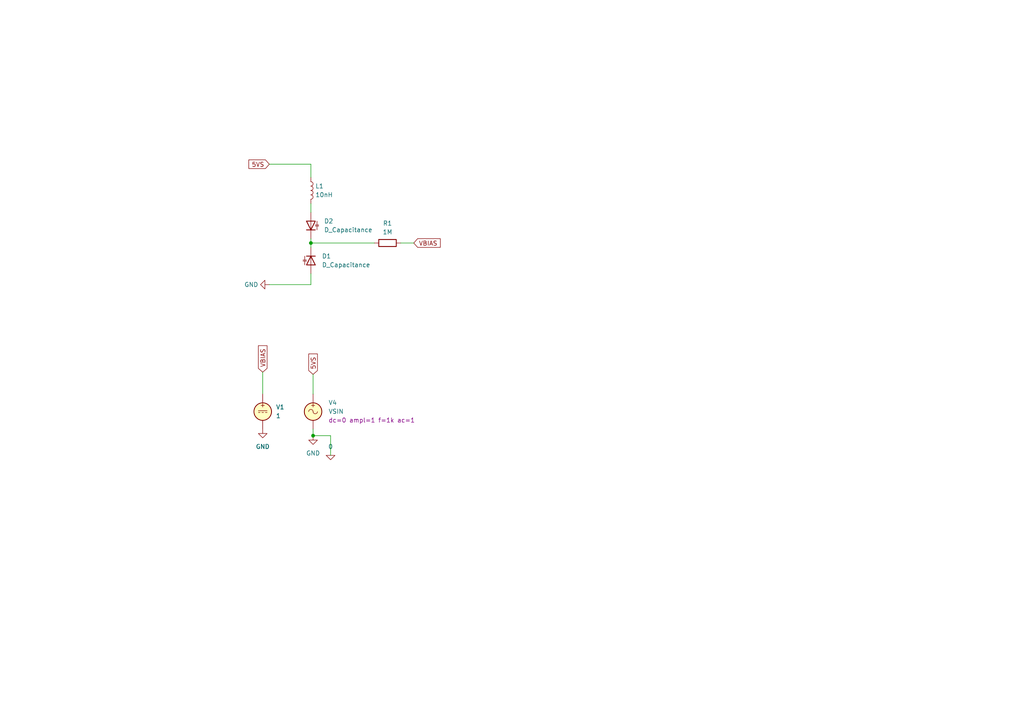
<source format=kicad_sch>
(kicad_sch (version 20230121) (generator eeschema)
  (paper "A4")
  (lib_symbols
    (symbol "Device:D_Capacitance" (pin_numbers hide) (pin_names (offset 1.016) hide)
      (property "Reference" "D" (at 0 2.54 0))
      (property "Value" "D_Capacitance" (at 0 -3.302 0))
      (symbol "D_Capacitance_0_1"
        (polyline (pts (xy -1.27 -1.778) (xy -0.1524 -1.778)))
        (polyline (pts (xy -1.27 0) (xy 1.27 0)))
        (polyline (pts (xy -1.27 1.27) (xy -1.27 -1.27)) (stroke (width 0.254)))
        (polyline (pts (xy -0.1524 -1.27) (xy -0.1524 -2.286)))
        (polyline (pts (xy 0.1524 -1.778) (xy 1.27 -1.778)))
        (polyline (pts (xy 0.1524 -1.27) (xy 0.1524 -2.286)))
        (polyline (pts (xy 1.27 1.27) (xy 1.27 -1.27) (xy -1.27 0) (xy 1.27 1.27)) (stroke (width 0.254)))
      )
      (symbol "D_Capacitance_1_1"
        (pin passive line (at -3.81 0 0) (length 2.54) (name "K") (number "1"))
        (pin passive line (at 3.81 0 180) (length 2.54) (name "A") (number "2"))
      )
    )
    (symbol "Device:L" (pin_numbers hide) (pin_names (offset 1.016) hide)
      (property "Reference" "L" (at -1.27 0 90))
      (property "Value" "L" (at 1.905 0 90))
      (symbol "L_0_1"
        (arc (start 0 -2.54) (mid 0.6323 -1.905) (end 0 -1.27))
        (arc (start 0 -1.27) (mid 0.6323 -0.635) (end 0 0))
        (arc (start 0 0) (mid 0.6323 0.635) (end 0 1.27))
        (arc (start 0 1.27) (mid 0.6323 1.905) (end 0 2.54))
      )
      (symbol "L_1_1"
        (pin passive line (at 0 3.81 270) (length 1.27) (name "1") (number "1"))
        (pin passive line (at 0 -3.81 90) (length 1.27) (name "2") (number "2"))
      )
    )
    (symbol "Device:R" (pin_numbers hide) (pin_names (offset 0))
      (property "Reference" "R" (at 2.032 0 90))
      (property "Value" "R" (at 0 0 90))
      (symbol "R_0_1"
        (rectangle (start -1.016 -2.54) (end 1.016 2.54) (stroke (width 0.254)))
      )
      (symbol "R_1_1"
        (pin passive line (at 0 3.81 270) (length 1.27) (name "~") (number "1"))
        (pin passive line (at 0 -3.81 90) (length 1.27) (name "~") (number "2"))
      )
    )
    (symbol "Simulation_SPICE:0" (power) (pin_names (offset 0))
      (property "Value" "0" (at 0 -1.778 0))
      (symbol "0_0_1"
        (polyline (pts (xy -1.27 0) (xy 0 -1.27) (xy 1.27 0) (xy -1.27 0)))
      )
      (symbol "0_1_1"
        (pin power_in line (at 0 0 0) (length 0) hide (name "0") (number "1"))
      )
    )
    (symbol "Simulation_SPICE:VDC" (pin_numbers hide) (pin_names (offset 0.0254))
      (property "Reference" "V" (at 2.54 2.54 0))
      (property "Value" "1" (at 2.54 0 0))
      (symbol "VDC_0_0"
        (polyline (pts (xy -1.27 0.254) (xy 1.27 0.254)))
        (polyline (pts (xy -0.762 -0.254) (xy -1.27 -0.254)))
        (polyline (pts (xy 0.254 -0.254) (xy -0.254 -0.254)))
        (polyline (pts (xy 1.27 -0.254) (xy 0.762 -0.254)))
        (text "+" (at 0 1.905 0) (effects (font (size 1.27 1.27))))
      )
      (symbol "VDC_0_1"
        (circle (center 0 0) (radius 2.54) (stroke (width 0.254)) (fill (type background)))
      )
      (symbol "VDC_1_1"
        (pin passive line (at 0 5.08 270) (length 2.54) (name "~") (number "1"))
        (pin passive line (at 0 -5.08 90) (length 2.54) (name "~") (number "2"))
      )
    )
    (symbol "Simulation_SPICE:VSIN" (pin_numbers hide) (pin_names (offset 0.0254))
      (property "Reference" "V" (at 2.54 2.54 0))
      (property "Value" "VSIN" (at 2.54 0 0))
      (property "Sim.Params" "dc=0 ampl=1 f=1k ac=1" (at 2.54 -2.54 0))
      (symbol "VSIN_0_0"
        (arc (start 0 0) (mid -0.635 0.6323) (end -1.27 0))
        (arc (start 0 0) (mid 0.635 -0.6323) (end 1.27 0))
        (text "+" (at 0 1.905 0) (effects (font (size 1.27 1.27))))
      )
      (symbol "VSIN_0_1"
        (circle (center 0 0) (radius 2.54) (stroke (width 0.254)) (fill (type background)))
      )
      (symbol "VSIN_1_1"
        (pin passive line (at 0 5.08 270) (length 2.54) (name "~") (number "1"))
        (pin passive line (at 0 -5.08 90) (length 2.54) (name "~") (number "2"))
      )
    )
    (symbol "power:GND" (power) (pin_names (offset 0))
      (property "Value" "GND" (at 0 -3.81 0))
      (symbol "GND_0_1"
        (polyline (pts (xy 0 0) (xy 0 -1.27) (xy 1.27 -1.27) (xy 0 -2.54) (xy -1.27 -1.27) (xy 0 -1.27)))
      )
      (symbol "GND_1_1"
        (pin power_in line (at 0 0 270) (length 0) hide (name "GND") (number "1"))
      )
    )
  )
  (junction (at 90.17 70.485))
  (junction (at 90.805 126.365))
  (wire (pts (xy 116.205 70.485) (xy 120.015 70.485)))
  (wire (pts (xy 90.17 79.375) (xy 90.17 82.55)))
  (wire (pts (xy 90.805 126.365) (xy 90.805 124.46)))
  (wire (pts (xy 90.805 108.585) (xy 90.805 114.3)))
  (wire (pts (xy 78.105 47.625) (xy 90.17 47.625)))
  (wire (pts (xy 95.885 132.08) (xy 95.885 126.365)))
  (wire (pts (xy 90.17 47.625) (xy 90.17 51.435)))
  (wire (pts (xy 90.17 82.55) (xy 78.105 82.55)))
  (wire (pts (xy 90.17 69.215) (xy 90.17 70.485)))
  (wire (pts (xy 90.17 59.055) (xy 90.17 61.595)))
  (wire (pts (xy 90.17 70.485) (xy 90.17 71.755)))
  (wire (pts (xy 95.885 126.365) (xy 90.805 126.365)))
  (wire (pts (xy 90.17 70.485) (xy 108.585 70.485)))
  (wire (pts (xy 76.2 107.95) (xy 76.2 114.3)))
  (global_label "5VS" (shape input) (at 90.805 108.585 90) (property "Intersheetrefs" "${INTERSHEET_REFS}" (effects hide)))
  (global_label "VBIAS" (shape input) (at 76.2 107.95 90) (property "Intersheetrefs" "${INTERSHEET_REFS}" (effects hide)))
  (global_label "VBIAS" (shape input) (at 120.015 70.485 0) (property "Intersheetrefs" "${INTERSHEET_REFS}" (effects hide)))
  (global_label "5VS" (shape input) (at 78.105 47.625 180) (property "Intersheetrefs" "${INTERSHEET_REFS}" (effects hide)))
  (symbol (lib_id "Simulation_SPICE:VDC") (at 76.2 119.38 0) (unit 1)
    (property "Reference" "V1" (at 80.01 118.0742 0) (effects (justify left)))
    (property "Value" "1" (at 80.01 120.6142 0) (effects (justify left)))
    (property "Sim.Pins" "1=+ 2=-" (effects hide))
    (property "Sim.Type" "DC" (effects hide))
    (property "Sim.Device" "V" (effects hide))
  )
  (symbol (lib_id "Simulation_SPICE:VSIN") (at 90.805 119.38 0) (unit 1)
    (property "Reference" "V4" (at 95.25 116.8042 0) (effects (justify left)))
    (property "Value" "VSIN" (at 95.25 119.3442 0) (effects (justify left)))
    (property "Sim.Pins" "1=+ 2=-" (effects hide))
    (property "Sim.Params" "dc=0 ampl=1 f=1k ac=1" (at 95.25 121.8842 0) (effects (justify left)))
    (property "Sim.Type" "SIN" (effects hide))
    (property "Sim.Device" "V" (effects hide))
  )
  (symbol (lib_id "Device:D_Capacitance") (at 90.17 75.565 270) (unit 1)
    (property "Reference" "D1" (at 93.345 74.295 90) (effects (justify left)))
    (property "Value" "D_Capacitance" (at 93.345 76.835 90) (effects (justify left)))
    (property "Sim.Library" "/home/erhannis/clones/KiCad-Spice-Library/Models/uncategorized/Bordodynovs Electronics Lib/cmp/standard.dio" (effects hide))
    (property "Sim.Name" "BB910" (effects hide))
    (property "Sim.Device" "D" (effects hide))
    (property "Sim.Pins" "1=A 2=K" (effects hide))
    (property "Sim.Params" "is=10000a" (effects hide))
  )
  (symbol (lib_id "Device:L") (at 90.17 55.245 0) (unit 1)
    (property "Reference" "L1" (at 91.44 53.975 0) (effects (justify left)))
    (property "Value" "10nH" (at 91.44 56.515 0) (effects (justify left)))
  )
  (symbol (lib_id "power:GND") (at 78.105 82.55 270) (unit 1)
    (property "Reference" "#PWR05" (effects hide))
    (property "Value" "GND" (at 74.93 82.55 90) (effects (justify right)))
  )
  (symbol (lib_id "Device:D_Capacitance") (at 90.17 65.405 90) (unit 1)
    (property "Reference" "D2" (at 93.98 64.135 90) (effects (justify right)))
    (property "Value" "D_Capacitance" (at 93.98 66.675 90) (effects (justify right)))
    (property "Sim.Library" "/home/erhannis/clones/KiCad-Spice-Library/Models/uncategorized/Bordodynovs Electronics Lib/cmp/standard.dio" (effects hide))
    (property "Sim.Name" "BB910" (effects hide))
    (property "Sim.Device" "D" (effects hide))
    (property "Sim.Pins" "1=A 2=K" (effects hide))
    (property "Sim.Params" "is=10000a" (effects hide))
  )
  (symbol (lib_id "power:GND") (at 90.805 126.365 0) (mirror y) (unit 1)
    (property "Reference" "#PWR06" (effects hide))
    (property "Value" "GND" (at 90.805 131.445 0))
  )
  (symbol (lib_id "Device:R") (at 112.395 70.485 90) (unit 1)
    (property "Reference" "R1" (at 112.395 64.77 90))
    (property "Value" "1M" (at 112.395 67.31 90))
  )
  (symbol (lib_id "power:GND") (at 76.2 124.46 0) (mirror y) (unit 1)
    (property "Reference" "#PWR01" (effects hide))
    (property "Value" "GND" (at 76.2 129.54 0))
  )
  (symbol (lib_id "Simulation_SPICE:0") (at 95.885 132.08 0) (unit 1)
    (property "Reference" "#GND02" (effects hide))
    (property "Value" "0" (at 95.885 129.54 0))
  )
)
</source>
